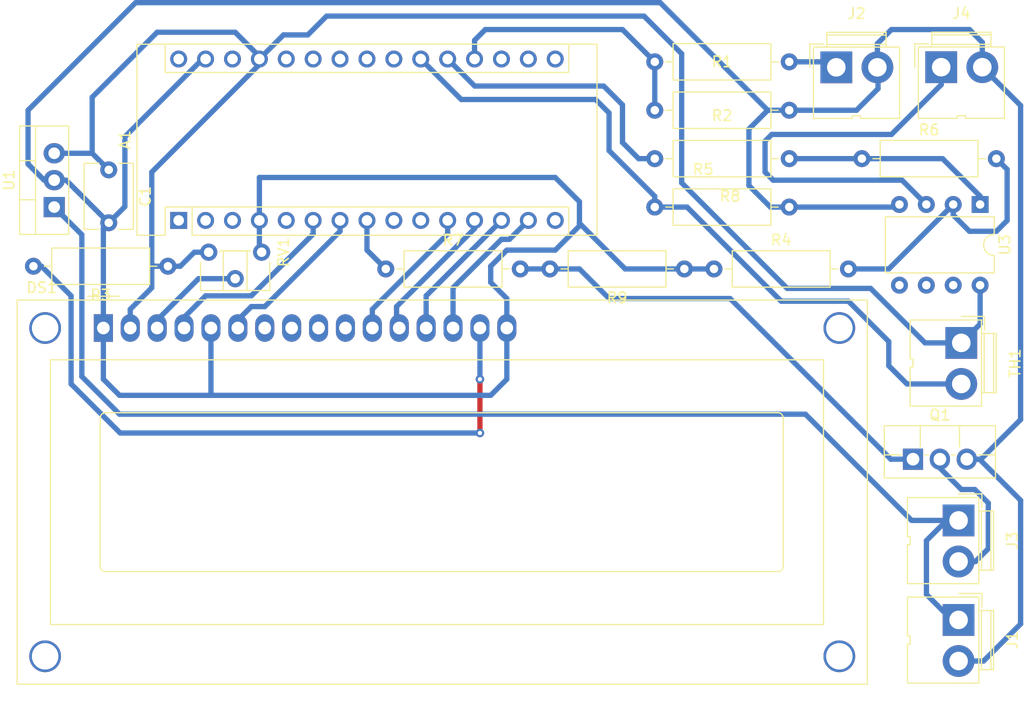
<source format=kicad_pcb>
(kicad_pcb (version 20211014) (generator pcbnew)
  (layers (0 "F.Cu" signal) (31 "B.Cu" signal) (34 "B.Paste" user) (35 "F.Paste" user) (36 "B.SilkS" user "B.Silkscreen") (37 "F.SilkS" user "F.Silkscreen") (38 "B.Mask" user) (39 "F.Mask" user) (44 "Edge.Cuts" user))
  (net 0 "")
  (net 1 "GNDPWR")
  (net 2 "Net-(Q1-Pad1)")
  (net 3 "Net-(A1-Pad21)")
  (net 4 "Net-(A1-Pad8)")
  (net 5 "Net-(R5-Pad2)")
  (net 6 "Net-(R4-Pad2)")
  (net 7 "Net-(J2-Pad1)")
  (net 8 "Net-(A1-Pad19)")
  (net 9 "Net-(R3-Pad2)")
  (net 10 "Net-(A1-Pad20)")
  (net 11 "+5V")
  (net 12 "Net-(RV1-Pad2)")
  (net 13 "Net-(J3-Pad2)")
  (net 14 "+12V")
  (net 15 "Net-(J4-Pad1)")
  (net 20 "Net-(A1-Pad6)")
  (net 21 "Net-(A1-Pad7)")
  (net 24 "Net-(A1-Pad11)")
  (net 25 "Net-(A1-Pad12)")
  (net 26 "Net-(A1-Pad13)")
  (net 27 "Net-(A1-Pad14)")
  (footprint "Resistor_THT:R_Axial_DIN0309_L9.0mm_D3.2mm_P12.70mm_Horizontal" (layer "F.Cu") (at 163.068 89.916)
    (fp_text reference "R8" (at 7.112 -1.016) (layer "F.SilkS"))
    (fp_text value "10k")
    (fp_line (start 1.73 -1.72) (end 1.73 1.72) (layer "F.SilkS") (width 0.12))
    (fp_line (start 11.66 0) (end 10.97 0) (layer "F.SilkS") (width 0.12))
    (fp_line (start 10.97 -1.72) (end 1.73 -1.72) (layer "F.SilkS") (width 0.12))
    (fp_line (start 10.97 1.72) (end 10.97 -1.72) (layer "F.SilkS") (width 0.12))
    (fp_line (start 1.73 1.72) (end 10.97 1.72) (layer "F.SilkS") (width 0.12))
    (fp_line (start 1.04 0) (end 1.73 0) (layer "F.SilkS") (width 0.12))
    (pad "1" thru_hole circle (at 0 0) (size 1.6 1.6) (drill 0.8) (layers *.Cu *.Mask) (net 3 "Net-(A1-Pad21)"))
    (pad "2" thru_hole oval (at 12.7 0) (size 1.6 1.6) (drill 0.8) (layers *.Cu *.Mask) (net 1 "GNDPWR"))
  )
  (footprint "Resistor_THT:R_Axial_DIN0309_L9.0mm_D3.2mm_P12.70mm_Horizontal" (layer "F.Cu") (at 137.668 95.758)
    (fp_text reference "R7" (at 6.35 -2.72) (layer "F.SilkS"))
    (fp_text value "100")
    (fp_line (start 1.04 0) (end 1.73 0) (layer "F.SilkS") (width 0.12))
    (fp_line (start 1.73 1.72) (end 10.97 1.72) (layer "F.SilkS") (width 0.12))
    (fp_line (start 1.73 -1.72) (end 1.73 1.72) (layer "F.SilkS") (width 0.12))
    (fp_line (start 10.97 -1.72) (end 1.73 -1.72) (layer "F.SilkS") (width 0.12))
    (fp_line (start 10.97 1.72) (end 10.97 -1.72) (layer "F.SilkS") (width 0.12))
    (fp_line (start 11.66 0) (end 10.97 0) (layer "F.SilkS") (width 0.12))
    (pad "1" thru_hole circle (at 0 0) (size 1.6 1.6) (drill 0.8) (layers *.Cu *.Mask) (net 4 "Net-(A1-Pad8)"))
    (pad "2" thru_hole oval (at 12.7 0) (size 1.6 1.6) (drill 0.8) (layers *.Cu *.Mask) (net 2 "Net-(Q1-Pad1)"))
  )
  (footprint "Display:WC1602A" (layer "F.Cu") (at 110.998 101.337)
    (fp_text reference "DS1" (at -5.82 -3.81) (layer "F.SilkS"))
    (fp_text value "WC1602A")
    (fp_line (start -0.29972 22.49932) (end -0.29972 8.5) (layer "F.SilkS") (width 0.12))
    (fp_line (start -8.13 -2.64) (end -7.34 -2.64) (layer "F.SilkS") (width 0.12))
    (fp_line (start -5 3) (end 68 3) (layer "F.SilkS") (width 0.12))
    (fp_line (start 68 3) (end 68 28) (layer "F.SilkS") (width 0.12))
    (fp_line (start -8.14 -2.64) (end -8.14 33.64) (layer "F.SilkS") (width 0.12))
    (fp_line (start -1.5 -3) (end 1.5 -3) (layer "F.SilkS") (width 0.12))
    (fp_line (start 72.14 33.64) (end 72.14 -2.64) (layer "F.SilkS") (width 0.12))
    (fp_line (start -8.14 33.64) (end 72.14 33.64) (layer "F.SilkS") (width 0.12))
    (fp_line (start 72.14 -2.64) (end -7.34 -2.64) (layer "F.SilkS") (width 0.12))
    (fp_line (start -5 28) (end -5 3) (layer "F.SilkS") (width 0.12))
    (fp_line (start 64.2 8.5) (end 64.2 22.5) (layer "F.SilkS") (width 0.12))
    (fp_line (start 68 28) (end -5 28) (layer "F.SilkS") (width 0.12))
    (fp_line (start 0.2 8) (end 63.7 8) (layer "F.SilkS") (width 0.12))
    (fp_line (start 63.70066 23) (end 0.2 23) (layer "F.SilkS") (width 0.12))
    (fp_arc (start 0.20066 22.9997) (mid -0.153162 22.853142) (end -0.29972 22.49932) (layer "F.SilkS") (width 0.12))
    (fp_arc (start 64.20104 22.49932) (mid 64.054479 22.85315) (end 63.70066 22.9997) (layer "F.SilkS") (width 0.12))
    (fp_arc (start -0.29972 8.49884) (mid -0.153162 8.145018) (end 0.20066 7.99846) (layer "F.SilkS") (width 0.12))
    (fp_arc (start 63.7 8) (mid 64.053553 8.146447) (end 64.2 8.5) (layer "F.SilkS") (width 0.12))
    (pad "" thru_hole circle (at 69.5 0) (size 3 3) (drill 2.5) (layers *.Cu *.Mask))
    (pad "" thru_hole circle (at 69.49948 31.0007) (size 3 3) (drill 2.5) (layers *.Cu *.Mask))
    (pad "" thru_hole circle (at -5.4991 31.0007) (size 3 3) (drill 2.5) (layers *.Cu *.Mask))
    (pad "" thru_hole circle (at -5.4991 0) (size 3 3) (drill 2.5) (layers *.Cu *.Mask))
    (pad "1" thru_hole rect (at 0 0) (size 1.8 2.6) (drill 1.2) (layers *.Cu *.Mask) (net 1 "GNDPWR"))
    (pad "2" thru_hole oval (at 2.54 0) (size 1.8 2.6) (drill 1.2) (layers *.Cu *.Mask) (net 11 "+5V"))
    (pad "3" thru_hole oval (at 5.08 0) (size 1.8 2.6) (drill 1.2) (layers *.Cu *.Mask) (net 12 "Net-(RV1-Pad2)"))
    (pad "4" thru_hole oval (at 7.62 0) (size 1.8 2.6) (drill 1.2) (layers *.Cu *.Mask) (net 20 "Net-(A1-Pad6)"))
    (pad "5" thru_hole oval (at 10.16 0) (size 1.8 2.6) (drill 1.2) (layers *.Cu *.Mask) (net 1 "GNDPWR"))
    (pad "6" thru_hole oval (at 12.7 0) (size 1.8 2.6) (drill 1.2) (layers *.Cu *.Mask) (net 21 "Net-(A1-Pad7)"))
    (pad "7" thru_hole oval (at 15.24 0) (size 1.8 2.6) (drill 1.2) (layers *.Cu *.Mask))
    (pad "8" thru_hole oval (at 17.78 0) (size 1.8 2.6) (drill 1.2) (layers *.Cu *.Mask))
    (pad "9" thru_hole oval (at 20.32 0) (size 1.8 2.6) (drill 1.2) (layers *.Cu *.Mask))
    (pad "10" thru_hole oval (at 22.86 0) (size 1.8 2.6) (drill 1.2) (layers *.Cu *.Mask))
    (pad "11" thru_hole oval (at 25.4 0) (size 1.8 2.6) (drill 1.2) (layers *.Cu *.Mask) (net 24 "Net-(A1-Pad11)"))
    (pad "12" thru_hole oval (at 27.94 0) (size 1.8 2.6) (drill 1.2) (layers *.Cu *.Mask) (net 25 "Net-(A1-Pad12)"))
    (pad "13" thru_hole oval (at 30.48 0) (size 1.8 2.6) (drill 1.2) (layers *.Cu *.Mask) (net 26 "Net-(A1-Pad13)"))
    (pad "14" thru_hole oval (at 33.02 0) (size 1.8 2.6) (drill 1.2) (layers *.Cu *.Mask) (net 27 "Net-(A1-Pad14)"))
    (pad "15" thru_hole oval (at 35.56 0) (size 1.8 2.6) (drill 1.2) (layers *.Cu *.Mask) (net 9 "Net-(R3-Pad2)"))
    (pad "16" thru_hole oval (at 38.1 0) (size 1.8 2.6) (drill 1.2) (layers *.Cu *.Mask) (net 1 "GNDPWR"))
  )
  (footprint "Connector:JWT_A3963_1x02_P3.96mm_Vertical" (layer "F.Cu") (at 180.2105 76.72)
    (fp_text reference "J2" (at 1.91 -5.08) (layer "F.SilkS"))
    (fp_text value "In_U")
    (fp_line (start 1.52 4.83) (end 1.52 4.57) (layer "F.SilkS") (width 0.12))
    (fp_line (start -2.16 -1.91) (end -2.16 0) (layer "F.SilkS") (width 0.12))
    (fp_line (start -2.16 -1.91) (end 5.97 -1.91) (layer "F.SilkS") (width 0.12))
    (fp_line (start -0.89 -3.05) (end 4.7 -3.05) (layer "F.SilkS") (width 0.12))
    (fp_line (start 1.52 4.57) (end 2.29 4.57) (layer "F.SilkS") (width 0.12))
    (fp_line (start -2.5 -2.2) (end -2.5 0) (layer "F.SilkS") (width 0.12))
    (fp_line (start 1.52 4.83) (end -2.16 4.83) (layer "F.SilkS") (width 0.12))
    (fp_line (start -0.89 -2.16) (end 4.7 -2.16) (layer "F.SilkS") (width 0.12))
    (fp_line (start 2.29 4.57) (end 2.29 4.83) (layer "F.SilkS") (width 0.12))
    (fp_line (start 4.7 -1.91) (end 4.7 -3.3) (layer "F.SilkS") (width 0.12))
    (fp_line (start 5.97 4.83) (end 5.97 0) (layer "F.SilkS") (width 0.12))
    (fp_line (start 5.97 -1.91) (end 5.97 0) (layer "F.SilkS") (width 0.12))
    (fp_line (start 2.29 4.83) (end 5.97 4.83) (layer "F.SilkS") (width 0.12))
    (fp_line (start -0.89 -1.91) (end -0.89 -3.3) (layer "F.SilkS") (width 0.12))
    (fp_line (start -1.2 -2.2) (end -2.5 -2.2) (layer "F.SilkS") (width 0.12))
    (fp_line (start -2.16 0) (end -2.16 4.83) (layer "F.SilkS") (width 0.12))
    (fp_line (start -0.89 -3.3) (end 4.7 -3.3) (layer "F.SilkS") (width 0.12))
    (pad "1" thru_hole rect (at 0 0) (size 3 3) (drill 1.75) (layers *.Cu *.Mask) (net 7 "Net-(J2-Pad1)"))
    (pad "2" thru_hole circle (at 3.88 0) (size 3 3) (drill 1.75) (layers *.Cu *.Mask) (net 1 "GNDPWR"))
  )
  (footprint "Resistor_THT:R_Axial_DIN0309_L9.0mm_D3.2mm_P12.70mm_Horizontal" (layer "F.Cu") (at 175.768 76.2 180)
    (fp_text reference "R1" (at 6.35 0) (layer "F.SilkS"))
    (fp_text value "50k")
    (fp_line (start 10.97 -1.72) (end 1.73 -1.72) (layer "F.SilkS") (width 0.12))
    (fp_line (start 1.73 -1.72) (end 1.73 1.72) (layer "F.SilkS") (width 0.12))
    (fp_line (start 1.73 1.72) (end 10.97 1.72) (layer "F.SilkS") (width 0.12))
    (fp_line (start 11.66 0) (end 10.97 0) (layer "F.SilkS") (width 0.12))
    (fp_line (start 10.97 1.72) (end 10.97 -1.72) (layer "F.SilkS") (width 0.12))
    (fp_line (start 1.04 0) (end 1.73 0) (layer "F.SilkS") (width 0.12))
    (pad "1" thru_hole circle (at 0 0 180) (size 1.6 1.6) (drill 0.8) (layers *.Cu *.Mask) (net 7 "Net-(J2-Pad1)"))
    (pad "2" thru_hole oval (at 12.7 0 180) (size 1.6 1.6) (drill 0.8) (layers *.Cu *.Mask) (net 8 "Net-(A1-Pad19)"))
  )
  (footprint "Package_TO_SOT_THT:TO-220-3_Vertical" (layer "F.Cu") (at 106.355 89.916 90)
    (fp_text reference "U1" (at 2.54 -4.27 90) (layer "F.SilkS"))
    (fp_text value "LM7805_TO220")
    (fp_line (start 0.69 -3.27) (end 0.69 -1.76) (layer "F.SilkS") (width 0.12))
    (fp_line (start 7.66 -3.27) (end 7.66 1.371) (layer "F.SilkS") (width 0.12))
    (fp_line (start -2.58 1.371) (end 7.66 1.371) (layer "F.SilkS") (width 0.12))
    (fp_line (start -2.58 -3.27) (end 7.66 -3.27) (layer "F.SilkS") (width 0.12))
    (fp_line (start -2.58 -3.27) (end -2.58 1.371) (layer "F.SilkS") (width 0.12))
    (fp_line (start -2.58 -1.76) (end 7.66 -1.76) (layer "F.SilkS") (width 0.12))
    (fp_line (start 4.391 -3.27) (end 4.391 -1.76) (layer "F.SilkS") (width 0.12))
    (pad "1" thru_hole rect (at 0 0 90) (size 1.905 2) (drill 1.1) (layers *.Cu *.Mask) (net 14 "+12V"))
    (pad "2" thru_hole oval (at 2.54 0 90) (size 1.905 2) (drill 1.1) (layers *.Cu *.Mask) (net 1 "GNDPWR"))
    (pad "3" thru_hole oval (at 5.08 0 90) (size 1.905 2) (drill 1.1) (layers *.Cu *.Mask) (net 11 "+5V"))
  )
  (footprint "Connector:JWT_A3963_1x02_P3.96mm_Vertical" (layer "F.Cu") (at 191.758 128.9025 -90)
    (fp_text reference "J1" (at 1.91 -5.08 90) (layer "F.SilkS"))
    (fp_text value "12V")
    (fp_line (start 1.52 4.83) (end 1.52 4.57) (layer "F.SilkS") (width 0.12))
    (fp_line (start -2.16 0) (end -2.16 4.83) (layer "F.SilkS") (width 0.12))
    (fp_line (start 1.52 4.57) (end 2.29 4.57) (layer "F.SilkS") (width 0.12))
    (fp_line (start -0.89 -1.91) (end -0.89 -3.3) (layer "F.SilkS") (width 0.12))
    (fp_line (start -2.16 -1.91) (end 5.97 -1.91) (layer "F.SilkS") (width 0.12))
    (fp_line (start 5.97 4.83) (end 5.97 0) (layer "F.SilkS") (width 0.12))
    (fp_line (start -0.89 -2.16) (end 4.7 -2.16) (layer "F.SilkS") (width 0.12))
    (fp_line (start 1.52 4.83) (end -2.16 4.83) (layer "F.SilkS") (width 0.12))
    (fp_line (start -0.89 -3.05) (end 4.7 -3.05) (layer "F.SilkS") (width 0.12))
    (fp_line (start 2.29 4.57) (end 2.29 4.83) (layer "F.SilkS") (width 0.12))
    (fp_line (start 4.7 -1.91) (end 4.7 -3.3) (layer "F.SilkS") (width 0.12))
    (fp_line (start -2.16 -1.91) (end -2.16 0) (layer "F.SilkS") (width 0.12))
    (fp_line (start -0.89 -3.3) (end 4.7 -3.3) (layer "F.SilkS") (width 0.12))
    (fp_line (start 2.29 4.83) (end 5.97 4.83) (layer "F.SilkS") (width 0.12))
    (fp_line (start -1.2 -2.2) (end -2.5 -2.2) (layer "F.SilkS") (width 0.12))
    (fp_line (start 5.97 -1.91) (end 5.97 0) (layer "F.SilkS") (width 0.12))
    (fp_line (start -2.5 -2.2) (end -2.5 0) (layer "F.SilkS") (width 0.12))
    (pad "1" thru_hole rect (at 0 0 270) (size 3 3) (drill 1.75) (layers *.Cu *.Mask) (net 14 "+12V"))
    (pad "2" thru_hole circle (at 3.88 0 270) (size 3 3) (drill 1.75) (layers *.Cu *.Mask) (net 1 "GNDPWR"))
  )
  (footprint "Resistor_THT:R_Axial_DIN0309_L9.0mm_D3.2mm_P12.70mm_Horizontal" (layer "F.Cu") (at 163.068 85.344)
    (fp_text reference "R5" (at 4.572 1.016) (layer "F.SilkS"))
    (fp_text value "1k")
    (fp_line (start 1.73 1.72) (end 10.97 1.72) (layer "F.SilkS") (width 0.12))
    (fp_line (start 10.97 -1.72) (end 1.73 -1.72) (layer "F.SilkS") (width 0.12))
    (fp_line (start 10.97 1.72) (end 10.97 -1.72) (layer "F.SilkS") (width 0.12))
    (fp_line (start 11.66 0) (end 10.97 0) (layer "F.SilkS") (width 0.12))
    (fp_line (start 1.73 -1.72) (end 1.73 1.72) (layer "F.SilkS") (width 0.12))
    (fp_line (start 1.04 0) (end 1.73 0) (layer "F.SilkS") (width 0.12))
    (pad "1" thru_hole circle (at 0 0) (size 1.6 1.6) (drill 0.8) (layers *.Cu *.Mask) (net 10 "Net-(A1-Pad20)"))
    (pad "2" thru_hole oval (at 12.7 0) (size 1.6 1.6) (drill 0.8) (layers *.Cu *.Mask) (net 5 "Net-(R5-Pad2)"))
  )
  (footprint "Resistor_THT:R_Axial_DIN0309_L9.0mm_D3.2mm_P12.70mm_Horizontal" (layer "F.Cu") (at 182.626 85.344)
    (fp_text reference "R6" (at 6.35 -2.72) (layer "F.SilkS"))
    (fp_text value "20k")
    (fp_line (start 1.04 0) (end 1.73 0) (layer "F.SilkS") (width 0.12))
    (fp_line (start 10.97 1.72) (end 10.97 -1.72) (layer "F.SilkS") (width 0.12))
    (fp_line (start 11.66 0) (end 10.97 0) (layer "F.SilkS") (width 0.12))
    (fp_line (start 1.73 1.72) (end 10.97 1.72) (layer "F.SilkS") (width 0.12))
    (fp_line (start 10.97 -1.72) (end 1.73 -1.72) (layer "F.SilkS") (width 0.12))
    (fp_line (start 1.73 -1.72) (end 1.73 1.72) (layer "F.SilkS") (width 0.12))
    (pad "1" thru_hole circle (at 0 0) (size 1.6 1.6) (drill 0.8) (layers *.Cu *.Mask) (net 5 "Net-(R5-Pad2)"))
    (pad "2" thru_hole oval (at 12.7 0) (size 1.6 1.6) (drill 0.8) (layers *.Cu *.Mask) (net 6 "Net-(R4-Pad2)"))
  )
  (footprint "Resistor_THT:R_Axial_DIN0309_L9.0mm_D3.2mm_P12.70mm_Horizontal" (layer "F.Cu") (at 168.656 95.758)
    (fp_text reference "R4" (at 6.35 -2.72) (layer "F.SilkS"))
    (fp_text value "1k")
    (fp_line (start 1.73 -1.72) (end 1.73 1.72) (layer "F.SilkS") (width 0.12))
    (fp_line (start 10.97 1.72) (end 10.97 -1.72) (layer "F.SilkS") (width 0.12))
    (fp_line (start 10.97 -1.72) (end 1.73 -1.72) (layer "F.SilkS") (width 0.12))
    (fp_line (start 1.04 0) (end 1.73 0) (layer "F.SilkS") (width 0.12))
    (fp_line (start 1.73 1.72) (end 10.97 1.72) (layer "F.SilkS") (width 0.12))
    (fp_line (start 11.66 0) (end 10.97 0) (layer "F.SilkS") (width 0.12))
    (pad "1" thru_hole circle (at 0 0) (size 1.6 1.6) (drill 0.8) (layers *.Cu *.Mask) (net 1 "GNDPWR"))
    (pad "2" thru_hole oval (at 12.7 0) (size 1.6 1.6) (drill 0.8) (layers *.Cu *.Mask) (net 6 "Net-(R4-Pad2)"))
  )
  (footprint "Package_DIP:DIP-8_W7.62mm" (layer "F.Cu") (at 193.792 89.672 -90)
    (fp_text reference "U3" (at 3.81 -2.33 90) (layer "F.SilkS"))
    (fp_text value "LM358")
    (fp_line (start 2.81 -1.33) (end 1.16 -1.33) (layer "F.SilkS") (width 0.12))
    (fp_line (start 1.16 8.95) (end 6.46 8.95) (layer "F.SilkS") (width 0.12))
    (fp_line (start 1.16 -1.33) (end 1.16 8.95) (layer "F.SilkS") (width 0.12))
    (fp_line (start 6.46 -1.33) (end 4.81 -1.33) (layer "F.SilkS") (width 0.12))
    (fp_line (start 6.46 8.95) (end 6.46 -1.33) (layer "F.SilkS") (width 0.12))
    (fp_arc (start 4.81 -1.33) (mid 3.81 -0.33) (end 2.81 -1.33) (layer "F.SilkS") (width 0.12))
    (pad "1" thru_hole rect (at 0 0 270) (size 1.6 1.6) (drill 0.8) (layers *.Cu *.Mask) (net 5 "Net-(R5-Pad2)"))
    (pad "2" thru_hole oval (at 0 2.54 270) (size 1.6 1.6) (drill 0.8) (layers *.Cu *.Mask) (net 6 "Net-(R4-Pad2)"))
    (pad "3" thru_hole oval (at 0 5.08 270) (size 1.6 1.6) (drill 0.8) (layers *.Cu *.Mask) (net 15 "Net-(J4-Pad1)"))
    (pad "4" thru_hole oval (at 0 7.62 270) (size 1.6 1.6) (drill 0.8) (layers *.Cu *.Mask) (net 1 "GNDPWR"))
    (pad "5" thru_hole oval (at 7.62 7.62 270) (size 1.6 1.6) (drill 0.8) (layers *.Cu *.Mask))
    (pad "6" thru_hole oval (at 7.62 5.08 270) (size 1.6 1.6) (drill 0.8) (layers *.Cu *.Mask))
    (pad "7" thru_hole oval (at 7.62 2.54 270) (size 1.6 1.6) (drill 0.8) (layers *.Cu *.Mask))
    (pad "8" thru_hole oval (at 7.62 0 270) (size 1.6 1.6) (drill 0.8) (layers *.Cu *.Mask) (net 11 "+5V"))
  )
  (footprint "Capacitor_THT:C_Disc_D6.0mm_W4.4mm_P5.00mm" (layer "F.Cu") (at 111.506 86.4 -90)
    (fp_text reference "C1" (at 2.5 -3.45 90) (layer "F.SilkS"))
    (fp_text value "0.1")
    (fp_line (start -0.62 -2.321) (end -0.62 -0.925) (layer "F.SilkS") (width 0.12))
    (fp_line (start -0.62 2.321) (end 5.62 2.321) (layer "F.SilkS") (width 0.12))
    (fp_line (start -0.62 -2.321) (end 5.62 -2.321) (layer "F.SilkS") (width 0.12))
    (fp_line (start 5.62 -2.321) (end 5.62 -0.925) (layer "F.SilkS") (width 0.12))
    (fp_line (start 5.62 0.925) (end 5.62 2.321) (layer "F.SilkS") (width 0.12))
    (fp_line (start -0.62 0.925) (end -0.62 2.321) (layer "F.SilkS") (width 0.12))
    (pad "1" thru_hole circle (at 0 0 270) (size 1.6 1.6) (drill 0.8) (layers *.Cu *.Mask) (net 11 "+5V"))
    (pad "2" thru_hole circle (at 5 0 270) (size 1.6 1.6) (drill 0.8) (layers *.Cu *.Mask) (net 1 "GNDPWR"))
  )
  (footprint "Package_TO_SOT_THT:TO-220F-3_Vertical" (layer "F.Cu") (at 187.452 113.725)
    (fp_text reference "Q1" (at 2.54 -4.1675) (layer "F.SilkS"))
    (fp_text value "IRLIZ44N")
    (fp_line (start -2.71 -3.168) (end -2.71 1.773) (layer "F.SilkS") (width 0.12))
    (fp_line (start 1.103 -0.408) (end 1.438 -0.408) (layer "F.SilkS") (width 0.12))
    (fp_line (start -2.71 -3.168) (end 7.79 -3.168) (layer "F.SilkS") (width 0.12))
    (fp_line (start -2.71 1.773) (end 7.79 1.773) (layer "F.SilkS") (width 0.12))
    (fp_line (start 6.183 -0.408) (end 7.79 -0.408) (layer "F.SilkS") (width 0.12))
    (fp_line (start 0.69 -3.168) (end 0.69 -1.15) (layer "F.SilkS") (width 0.12))
    (fp_line (start -2.71 -0.408) (end -1.103 -0.408) (layer "F.SilkS") (width 0.12))
    (fp_line (start 3.643 -0.408) (end 3.978 -0.408) (layer "F.SilkS") (width 0.12))
    (fp_line (start 4.391 -3.168) (end 4.391 -1.15) (layer "F.SilkS") (width 0.12))
    (fp_line (start 7.79 -3.168) (end 7.79 1.773) (layer "F.SilkS") (width 0.12))
    (pad "1" thru_hole rect (at 0 0) (size 1.905 2) (drill 1.2) (layers *.Cu *.Mask) (net 2 "Net-(Q1-Pad1)"))
    (pad "2" thru_hole oval (at 2.54 0) (size 1.905 2) (drill 1.2) (layers *.Cu *.Mask) (net 13 "Net-(J3-Pad2)"))
    (pad "3" thru_hole oval (at 5.08 0) (size 1.905 2) (drill 1.2) (layers *.Cu *.Mask) (net 1 "GNDPWR"))
  )
  (footprint "Connector:JWT_A3963_1x02_P3.96mm_Vertical" (layer "F.Cu") (at 191.758 119.5045 -90)
    (fp_text reference "J3" (at 1.91 -5.08 90) (layer "F.SilkS"))
    (fp_text value "Fan")
    (fp_line (start -2.5 -2.2) (end -2.5 0) (layer "F.SilkS") (width 0.12))
    (fp_line (start 1.52 4.57) (end 2.29 4.57) (layer "F.SilkS") (width 0.12))
    (fp_line (start -0.89 -1.91) (end -0.89 -3.3) (layer "F.SilkS") (width 0.12))
    (fp_line (start 5.97 4.83) (end 5.97 0) (layer "F.SilkS") (width 0.12))
    (fp_line (start 1.52 4.83) (end 1.52 4.57) (layer "F.SilkS") (width 0.12))
    (fp_line (start -0.89 -3.3) (end 4.7 -3.3) (layer "F.SilkS") (width 0.12))
    (fp_line (start -0.89 -2.16) (end 4.7 -2.16) (layer "F.SilkS") (width 0.12))
    (fp_line (start 1.52 4.83) (end -2.16 4.83) (layer "F.SilkS") (width 0.12))
    (fp_line (start -2.16 -1.91) (end -2.16 0) (layer "F.SilkS") (width 0.12))
    (fp_line (start 2.29 4.83) (end 5.97 4.83) (layer "F.SilkS") (width 0.12))
    (fp_line (start -2.16 0) (end -2.16 4.83) (layer "F.SilkS") (width 0.12))
    (fp_line (start 5.97 -1.91) (end 5.97 0) (layer "F.SilkS") (width 0.12))
    (fp_line (start 2.29 4.57) (end 2.29 4.83) (layer "F.SilkS") (width 0.12))
    (fp_line (start -1.2 -2.2) (end -2.5 -2.2) (layer "F.SilkS") (width 0.12))
    (fp_line (start -2.16 -1.91) (end 5.97 -1.91) (layer "F.SilkS") (width 0.12))
    (fp_line (start -0.89 -3.05) (end 4.7 -3.05) (layer "F.SilkS") (width 0.12))
    (fp_line (start 4.7 -1.91) (end 4.7 -3.3) (layer "F.SilkS") (width 0.12))
    (pad "1" thru_hole rect (at 0 0 270) (size 3 3) (drill 1.75) (layers *.Cu *.Mask) (net 14 "+12V"))
    (pad "2" thru_hole circle (at 3.88 0 270) (size 3 3) (drill 1.75) (layers *.Cu *.Mask) (net 13 "Net-(J3-Pad2)"))
  )
  (footprint "Resistor_THT:R_Axial_DIN0309_L9.0mm_D3.2mm_P12.70mm_Horizontal" (layer "F.Cu") (at 163.068 80.772)
    (fp_text reference "R2" (at 6.35 0.508) (layer "F.SilkS"))
    (fp_text value "4.7k")
    (fp_line (start 10.97 -1.72) (end 1.73 -1.72) (layer "F.SilkS") (width 0.12))
    (fp_line (start 1.73 -1.72) (end 1.73 1.72) (layer "F.SilkS") (width 0.12))
    (fp_line (start 1.04 0) (end 1.73 0) (layer "F.SilkS") (width 0.12))
    (fp_line (start 11.66 0) (end 10.97 0) (layer "F.SilkS") (width 0.12))
    (fp_line (start 1.73 1.72) (end 10.97 1.72) (layer "F.SilkS") (width 0.12))
    (fp_line (start 10.97 1.72) (end 10.97 -1.72) (layer "F.SilkS") (width 0.12))
    (pad "1" thru_hole circle (at 0 0) (size 1.6 1.6) (drill 0.8) (layers *.Cu *.Mask) (net 8 "Net-(A1-Pad19)"))
    (pad "2" thru_hole oval (at 12.7 0) (size 1.6 1.6) (drill 0.8) (layers *.Cu *.Mask) (net 1 "GNDPWR"))
  )
  (footprint "Resistor_THT:R_Axial_DIN0309_L9.0mm_D3.2mm_P12.70mm_Horizontal" (layer "F.Cu") (at 117.094 95.504 180)
    (fp_text reference "R3" (at 6.35 -2.72) (layer "F.SilkS"))
    (fp_text value "1k")
    (fp_line (start 1.73 -1.72) (end 1.73 1.72) (layer "F.SilkS") (width 0.12))
    (fp_line (start 1.73 1.72) (end 10.97 1.72) (layer "F.SilkS") (width 0.12))
    (fp_line (start 10.97 -1.72) (end 1.73 -1.72) (layer "F.SilkS") (width 0.12))
    (fp_line (start 1.04 0) (end 1.73 0) (layer "F.SilkS") (width 0.12))
    (fp_line (start 10.97 1.72) (end 10.97 -1.72) (layer "F.SilkS") (width 0.12))
    (fp_line (start 11.66 0) (end 10.97 0) (layer "F.SilkS") (width 0.12))
    (pad "1" thru_hole circle (at 0 0 180) (size 1.6 1.6) (drill 0.8) (layers *.Cu *.Mask) (net 11 "+5V"))
    (pad "2" thru_hole oval (at 12.7 0 180) (size 1.6 1.6) (drill 0.8) (layers *.Cu *.Mask) (net 9 "Net-(R3-Pad2)"))
  )
  (footprint "Connector:JWT_A3963_1x02_P3.96mm_Vertical" (layer "F.Cu") (at 190.1165 76.708)
    (fp_text reference "J4" (at 1.91 -5.08) (layer "F.SilkS"))
    (fp_text value "In_I")
    (fp_line (start 1.52 4.57) (end 2.29 4.57) (layer "F.SilkS") (width 0.12))
    (fp_line (start -2.16 -1.91) (end 5.97 -1.91) (layer "F.SilkS") (width 0.12))
    (fp_line (start 5.97 -1.91) (end 5.97 0) (layer "F.SilkS") (width 0.12))
    (fp_line (start -0.89 -3.05) (end 4.7 -3.05) (layer "F.SilkS") (width 0.12))
    (fp_line (start 1.52 4.83) (end -2.16 4.83) (layer "F.SilkS") (width 0.12))
    (fp_line (start 5.97 4.83) (end 5.97 0) (layer "F.SilkS") (width 0.12))
    (fp_line (start -2.5 -2.2) (end -2.5 0) (layer "F.SilkS") (width 0.12))
    (fp_line (start -2.16 0) (end -2.16 4.83) (layer "F.SilkS") (width 0.12))
    (fp_line (start 2.29 4.57) (end 2.29 4.83) (layer "F.SilkS") (width 0.12))
    (fp_line (start 1.52 4.83) (end 1.52 4.57) (layer "F.SilkS") (width 0.12))
    (fp_line (start -0.89 -1.91) (end -0.89 -3.3) (layer "F.SilkS") (width 0.12))
    (fp_line (start 4.7 -1.91) (end 4.7 -3.3) (layer "F.SilkS") (width 0.12))
    (fp_line (start -0.89 -3.3) (end 4.7 -3.3) (layer "F.SilkS") (width 0.12))
    (fp_line (start 2.29 4.83) (end 5.97 4.83) (layer "F.SilkS") (width 0.12))
    (fp_line (start -1.2 -2.2) (end -2.5 -2.2) (layer "F.SilkS") (width 0.12))
    (fp_line (start -2.16 -1.91) (end -2.16 0) (layer "F.SilkS") (width 0.12))
    (fp_line (start -0.89 -2.16) (end 4.7 -2.16) (layer "F.SilkS") (width 0.12))
    (pad "1" thru_hole rect (at 0 0) (size 3 3) (drill 1.75) (layers *.Cu *.Mask) (net 15 "Net-(J4-Pad1)"))
    (pad "2" thru_hole circle (at 3.88 0) (size 3 3) (drill 1.75) (layers *.Cu *.Mask) (net 1 "GNDPWR"))
  )
  (footprint "Connector:JWT_A3963_1x02_P3.96mm_Vertical" (layer "F.Cu") (at 192.012 102.7405 -90)
    (fp_text reference "TH1" (at 1.91 -5.08 90) (layer "F.SilkS"))
    (fp_text value "Thermistor_NTC_10k")
    (fp_line (start -2.16 0) (end -2.16 4.83) (layer "F.SilkS") (width 0.12))
    (fp_line (start 4.7 -1.91) (end 4.7 -3.3) (layer "F.SilkS") (width 0.12))
    (fp_line (start -2.5 -2.2) (end -2.5 0) (layer "F.SilkS") (width 0.12))
    (fp_line (start 5.97 -1.91) (end 5.97 0) (layer "F.SilkS") (width 0.12))
    (fp_line (start -0.89 -3.3) (end 4.7 -3.3) (layer "F.SilkS") (width 0.12))
    (fp_line (start -0.89 -3.05) (end 4.7 -3.05) (layer "F.SilkS") (width 0.12))
    (fp_line (start 2.29 4.83) (end 5.97 4.83) (layer "F.SilkS") (width 0.12))
    (fp_line (start -2.16 -1.91) (end -2.16 0) (layer "F.SilkS") (width 0.12))
    (fp_line (start -0.89 -2.16) (end 4.7 -2.16) (layer "F.SilkS") (width 0.12))
    (fp_line (start -1.2 -2.2) (end -2.5 -2.2) (layer "F.SilkS") (width 0.12))
    (fp_line (start 1.52 4.83) (end -2.16 4.83) (layer "F.SilkS") (width 0.12))
    (fp_line (start -2.16 -1.91) (end 5.97 -1.91) (layer "F.SilkS") (width 0.12))
    (fp_line (start 1.52 4.57) (end 2.29 4.57) (layer "F.SilkS") (width 0.12))
    (fp_line (start 5.97 4.83) (end 5.97 0) (layer "F.SilkS") (width 0.12))
    (fp_line (start 1.52 4.83) (end 1.52 4.57) (layer "F.SilkS") (width 0.12))
    (fp_line (start -0.89 -1.91) (end -0.89 -3.3) (layer "F.SilkS") (width 0.12))
    (fp_line (start 2.29 4.57) (end 2.29 4.83) (layer "F.SilkS") (width 0.12))
    (pad "1" thru_hole rect (at 0 0 270) (size 3 3) (drill 1.75) (layers *.Cu *.Mask) (net 11 "+5V"))
    (pad "2" thru_hole circle (at 3.88 0 270) (size 3 3) (drill 1.75) (layers *.Cu *.Mask) (net 3 "Net-(A1-Pad21)"))
  )
  (footprint "Resistor_THT:R_Axial_DIN0309_L9.0mm_D3.2mm_P12.70mm_Horizontal" (layer "F.Cu") (at 165.862 95.758 180)
    (fp_text reference "R9" (at 6.35 -2.72) (layer "F.SilkS"))
    (fp_text value "10k")
    (fp_line (start 10.97 1.72) (end 10.97 -1.72) (layer "F.SilkS") (width 0.12))
    (fp_line (start 1.73 1.72) (end 10.97 1.72) (layer "F.SilkS") (width 0.12))
    (fp_line (start 1.73 -1.72) (end 1.73 1.72) (layer "F.SilkS") (width 0.12))
    (fp_line (start 10.97 -1.72) (end 1.73 -1.72) (layer "F.SilkS") (width 0.12))
    (fp_line (start 11.66 0) (end 10.97 0) (layer "F.SilkS") (width 0.12))
    (fp_line (start 1.04 0) (end 1.73 0) (layer "F.SilkS") (width 0.12))
    (pad "1" thru_hole circle (at 0 0 180) (size 1.6 1.6) (drill 0.8) (layers *.Cu *.Mask) (net 1 "GNDPWR"))
    (pad "2" thru_hole oval (at 12.7 0 180) (size 1.6 1.6) (drill 0.8) (layers *.Cu *.Mask) (net 2 "Net-(Q1-Pad1)"))
  )
  (footprint "Potentiometer_THT:Potentiometer_ACP_CA6-H2,5_Horizontal" (layer "F.Cu") (at 125.944 94.179 -90)
    (fp_text reference "RV1" (at 0 -2.06 90) (layer "F.SilkS"))
    (fp_text value "R_Potentiometer")
    (fp_line (start -0.121 1.38) (end 3.62 1.38) (layer "F.SilkS") (width 0.12))
    (fp_line (start 3.62 1.38) (end 3.62 3.62) (layer "F.SilkS") (width 0.12))
    (fp_line (start 0.925 5.77) (end 3.62 5.77) (layer "F.SilkS") (width 0.12))
    (fp_line (start -0.121 3.62) (end 3.62 3.62) (layer "F.SilkS") (width 0.12))
    (fp_line (start 3.62 -0.77) (end 3.62 5.77) (layer "F.SilkS") (width 0.12))
    (fp_line (start -0.121 1.38) (end -0.121 3.62) (layer "F.SilkS") (width 0.12))
    (fp_line (start 0.925 -0.77) (end 3.62 -0.77) (layer "F.SilkS") (width 0.12))
    (fp_line (start -0.121 1.066) (end -0.121 3.935) (layer "F.SilkS") (width 0.12))
    (pad "1" thru_hole circle (at 0 0 270) (size 1.62 1.62) (drill 0.9) (layers *.Cu *.Mask) (net 1 "GNDPWR"))
    (pad "2" thru_hole circle (at 2.5 2.5 270) (size 1.62 1.62) (drill 0.9) (layers *.Cu *.Mask) (net 12 "Net-(RV1-Pad2)"))
    (pad "3" thru_hole circle (at 0 5 270) (size 1.62 1.62) (drill 0.9) (layers *.Cu *.Mask) (net 11 "+5V"))
  )
  (footprint "Module:Arduino_Nano" (layer "F.Cu") (at 118.11 91.176 90)
    (fp_text reference "A1" (at 7.62 -5.08 90) (layer "F.SilkS"))
    (fp_text value "Arduino_Nano_v3.x")
    (fp_line (start 13.97 36.83) (end 16.64 36.83) (layer "F.SilkS") (width 0.12))
    (fp_line (start 13.97 -1.27) (end 16.64 -1.27) (layer "F.SilkS") (width 0.12))
    (fp_line (start 13.97 -1.27) (end 13.97 36.83) (layer "F.SilkS") (width 0.12))
    (fp_line (start 1.27 1.27) (end -1.4 1.27) (layer "F.SilkS") (width 0.12))
    (fp_line (start 1.27 36.83) (end -1.4 36.83) (layer "F.SilkS") (width 0.12))
    (fp_line (start -1.4 39.5) (end 16.64 39.5) (layer "F.SilkS") (width 0.12))
    (fp_line (start 1.27 -1.27) (end -1.4 -1.27) (layer "F.SilkS") (width 0.12))
    (fp_line (start 1.27 1.27) (end 1.27 36.83) (layer "F.SilkS") (width 0.12))
    (fp_line (start -1.4 -3.94) (end -1.4 -1.27) (layer "F.SilkS") (width 0.12))
    (fp_line (start 16.64 -3.94) (end -1.4 -3.94) (layer "F.SilkS") (width 0.12))
    (fp_line (start 1.27 1.27) (end 1.27 -1.27) (layer "F.SilkS") (width 0.12))
    (fp_line (start -1.4 1.27) (end -1.4 39.5) (layer "F.SilkS") (width 0.12))
    (fp_line (start 16.64 39.5) (end 16.64 -3.94) (layer "F.SilkS") (width 0.12))
    (pad "1" thru_hole rect (at 0 0 90) (size 1.6 1.6) (drill 1) (layers *.Cu *.Mask))
    (pad "2" thru_hole oval (at 0 2.54 90) (size 1.6 1.6) (drill 1) (layers *.Cu *.Mask))
    (pad "3" thru_hole oval (at 0 5.08 90) (size 1.6 1.6) (drill 1) (layers *.Cu *.Mask))
    (pad "4" thru_hole oval (at 0 7.62 90) (size 1.6 1.6) (drill 1) (layers *.Cu *.Mask) (net 1 "GNDPWR"))
    (pad "5" thru_hole oval (at 0 10.16 90) (size 1.6 1.6) (drill 1) (layers *.Cu *.Mask))
    (pad "6" thru_hole oval (at 0 12.7 90) (size 1.6 1.6) (drill 1) (layers *.Cu *.Mask) (net 20 "Net-(A1-Pad6)"))
    (pad "7" thru_hole oval (at 0 15.24 90) (size 1.6 1.6) (drill 1) (layers *.Cu *.Mask) (net 21 "Net-(A1-Pad7)"))
    (pad "8" thru_hole oval (at 0 17.78 90) (size 1.6 1.6) (drill 1) (layers *.Cu *.Mask) (net 4 "Net-(A1-Pad8)"))
    (pad "9" thru_hole oval (at 0 20.32 90) (size 1.6 1.6) (drill 1) (layers *.Cu *.Mask))
    (pad "10" thru_hole oval (at 0 22.86 90) (size 1.6 1.6) (drill 1) (layers *.Cu *.Mask))
    (pad "11" thru_hole oval (at 0 25.4 90) (size 1.6 1.6) (drill 1) (layers *.Cu *.Mask) (net 24 "Net-(A1-Pad11)"))
    (pad "12" thru_hole oval (at 0 27.94 90) (size 1.6 1.6) (drill 1) (layers *.Cu *.Mask) (net 25 "Net-(A1-Pad12)"))
    (pad "13" thru_hole oval (at 0 30.48 90) (size 1.6 1.6) (drill 1) (layers *.Cu *.Mask) (net 26 "Net-(A1-Pad13)"))
    (pad "14" thru_hole oval (at 0 33.02 90) (size 1.6 1.6) (drill 1) (layers *.Cu *.Mask) (net 27 "Net-(A1-Pad14)"))
    (pad "15" thru_hole oval (at 0 35.56 90) (size 1.6 1.6) (drill 1) (layers *.Cu *.Mask))
    (pad "16" thru_hole oval (at 15.24 35.56 90) (size 1.6 1.6) (drill 1) (layers *.Cu *.Mask))
    (pad "17" thru_hole oval (at 15.24 33.02 90) (size 1.6 1.6) (drill 1) (layers *.Cu *.Mask))
    (pad "18" thru_hole oval (at 15.24 30.48 90) (size 1.6 1.6) (drill 1) (layers *.Cu *.Mask))
    (pad "19" thru_hole oval (at 15.24 27.94 90) (size 1.6 1.6) (drill 1) (layers *.Cu *.Mask) (net 8 "Net-(A1-Pad19)"))
    (pad "20" thru_hole oval (at 15.24 25.4 90) (size 1.6 1.6) (drill 1) (layers *.Cu *.Mask) (net 10 "Net-(A1-Pad20)"))
    (pad "21" thru_hole oval (at 15.24 22.86 90) (size 1.6 1.6) (drill 1) (layers *.Cu *.Mask) (net 3 "Net-(A1-Pad21)"))
    (pad "22" thru_hole oval (at 15.24 20.32 90) (size 1.6 1.6) (drill 1) (layers *.Cu *.Mask))
    (pad "23" thru_hole oval (at 15.24 17.78 90) (size 1.6 1.6) (drill 1) (layers *.Cu *.Mask))
    (pad "24" thru_hole oval (at 15.24 15.24 90) (size 1.6 1.6) (drill 1) (layers *.Cu *.Mask))
    (pad "25" thru_hole oval (at 15.24 12.7 90) (size 1.6 1.6) (drill 1) (layers *.Cu *.Mask))
    (pad "26" thru_hole oval (at 15.24 10.16 90) (size 1.6 1.6) (drill 1) (layers *.Cu *.Mask))
    (pad "27" thru_hole oval (at 15.24 7.62 90) (size 1.6 1.6) (drill 1) (layers *.Cu *.Mask) (net 11 "+5V"))
    (pad "28" thru_hole oval (at 15.24 5.08 90) (size 1.6 1.6) (drill 1) (layers *.Cu *.Mask))
    (pad "29" thru_hole oval (at 15.24 2.54 90) (size 1.6 1.6) (drill 1) (layers *.Cu *.Mask) (net 1 "GNDPWR"))
    (pad "30" thru_hole oval (at 15.24 0 90) (size 1.6 1.6) (drill 1) (layers *.Cu *.Mask))
  )
  (segment (start 105.41 87.376) (end 103.886 85.852) (width 0.5) (layer "B.Cu") (net 1))
  (segment (start 121.158 107.696) (end 147.574 107.696) (width 0.5) (layer "B.Cu") (net 1))
  (segment (start 175.768 80.772) (end 182.118 80.772) (width 0.5) (layer "B.Cu") (net 1))
  (segment (start 184.15 78.74) (end 184.15 76.7795) (width 0.5) (layer "B.Cu") (net 1))
  (segment (start 197.612 109.982) (end 193.869 113.725) (width 0.5) (layer "B.Cu") (net 1))
  (segment (start 121.158 107.696) (end 112.522 107.696) (width 0.5) (layer "B.Cu") (net 1))
  (segment (start 125.73 91.176) (end 125.73 93.965) (width 0.5) (layer "B.Cu") (net 1))
  (segment (start 193.735 113.725) (end 197.612 117.602) (width 0.5) (layer "B.Cu") (net 1))
  (segment (start 113.03 89.876) (end 110.998 91.908) (width 0.5) (layer "B.Cu") (net 1))
  (segment (start 106.355 87.376) (end 105.41 87.376) (width 0.5) (layer "B.Cu") (net 1))
  (segment (start 110.998 106.172) (end 110.998 101.337) (width 0.5) (layer "B.Cu") (net 1))
  (segment (start 114.046 70.612) (end 163.576 70.612) (width 0.5) (layer "B.Cu") (net 1))
  (segment (start 184.0905 74.4815) (end 185.42 73.152) (width 0.5) (layer "B.Cu") (net 1))
  (segment (start 193.9965 76.708) (end 197.612 80.3235) (width 0.5) (layer "B.Cu") (net 1))
  (segment (start 153.67 87.122) (end 155.956 89.408) (width 0.5) (layer "B.Cu") (net 1))
  (segment (start 125.73 93.965) (end 125.944 94.179) (width 0.5) (layer "B.Cu") (net 1))
  (segment (start 107.482 87.376) (end 111.506 91.4) (width 0.5) (layer "B.Cu") (net 1))
  (segment (start 185.42 73.152) (end 192.786 73.152) (width 0.5) (layer "B.Cu") (net 1))
  (segment (start 173.736 80.772) (end 171.958 82.55) (width 0.5) (layer "B.Cu") (net 1))
  (segment (start 184.0905 76.72) (end 184.0905 74.4815) (width 0.5) (layer "B.Cu") (net 1))
  (segment (start 155.956 91.44) (end 160.274 95.758) (width 0.5) (layer "B.Cu") (net 1))
  (segment (start 194.1155 132.7825) (end 191.758 132.7825) (width 0.5) (layer "B.Cu") (net 1))
  (segment (start 120.65 75.936) (end 120.366 75.936) (width 0.5) (layer "B.Cu") (net 1))
  (segment (start 121.158 104.648) (end 121.158 107.696) (width 0.5) (layer "B.Cu") (net 1))
  (segment (start 171.958 82.55) (end 171.958 87.884) (width 0.5) (layer "B.Cu") (net 1))
  (segment (start 193.9965 74.3625) (end 193.9965 76.708) (width 0.5) (layer "B.Cu") (net 1))
  (segment (start 110.998 91.908) (end 110.998 101.337) (width 0.5) (layer "B.Cu") (net 1))
  (segment (start 149.098 106.172) (end 149.098 101.337) (width 0.5) (layer "B.Cu") (net 1))
  (segment (start 192.786 73.152) (end 193.9965 74.3625) (width 0.5) (layer "B.Cu") (net 1))
  (segment (start 121.158 101.337) (end 121.158 104.648) (width 0.5) (layer "B.Cu") (net 1))
  (segment (start 147.574 97.028) (end 149.098 98.552) (width 0.5) (layer "B.Cu") (net 1))
  (segment (start 182.118 80.772) (end 184.15 78.74) (width 0.5) (layer "B.Cu") (net 1))
  (segment (start 103.886 80.772) (end 114.046 70.612) (width 0.5) (layer "B.Cu") (net 1))
  (segment (start 155.956 89.408) (end 155.956 91.44) (width 0.5) (layer "B.Cu") (net 1))
  (segment (start 125.73 87.122) (end 125.73 91.176) (width 0.5) (layer "B.Cu") (net 1))
  (segment (start 103.886 85.852) (end 103.886 80.772) (width 0.5) (layer "B.Cu") (net 1))
  (segment (start 193.869 113.725) (end 192.532 113.725) (width 0.5) (layer "B.Cu") (net 1))
  (segment (start 125.73 87.122) (end 153.67 87.122) (width 0.5) (layer "B.Cu") (net 1))
  (segment (start 160.274 95.758) (end 165.862 95.758) (width 0.5) (layer "B.Cu") (net 1))
  (segment (start 173.99 89.916) (end 175.768 89.916) (width 0.5) (layer "B.Cu") (net 1))
  (segment (start 173.736 80.772) (end 175.768 80.772) (width 0.5) (layer "B.Cu") (net 1))
  (segment (start 147.574 107.696) (end 149.098 106.172) (width 0.5) (layer "B.Cu") (net 1))
  (segment (start 175.768 89.916) (end 185.928 89.916) (width 0.5) (layer "B.Cu") (net 1))
  (segment (start 149.098 93.98) (end 147.574 95.504) (width 0.5) (layer "B.Cu") (net 1))
  (segment (start 120.366 75.936) (end 113.03 83.272) (width 0.5) (layer "B.Cu") (net 1))
  (segment (start 147.574 95.504) (end 147.574 97.028) (width 0.5) (layer "B.Cu") (net 1))
  (segment (start 197.612 80.3235) (end 197.612 109.982) (width 0.5) (layer "B.Cu") (net 1))
  (segment (start 155.956 91.44) (end 155.956 91.694) (width 0.5) (layer "B.Cu") (net 1))
  (segment (start 153.67 93.98) (end 149.098 93.98) (width 0.5) (layer "B.Cu") (net 1))
  (segment (start 112.522 107.696) (end 110.998 106.172) (width 0.5) (layer "B.Cu") (net 1))
  (segment (start 106.355 87.376) (end 107.482 87.376) (width 0.5) (layer "B.Cu") (net 1))
  (segment (start 163.576 70.612) (end 173.736 80.772) (width 0.5) (layer "B.Cu") (net 1))
  (segment (start 165.862 95.758) (end 168.656 95.758) (width 0.5) (layer "B.Cu") (net 1))
  (segment (start 197.612 117.602) (end 197.612 129.286) (width 0.5) (layer "B.Cu") (net 1))
  (segment (start 171.958 87.884) (end 173.99 89.916) (width 0.5) (layer "B.Cu") (net 1))
  (segment (start 155.956 91.694) (end 153.67 93.98) (width 0.5) (layer "B.Cu") (net 1))
  (segment (start 197.612 129.286) (end 194.1155 132.7825) (width 0.5) (layer "B.Cu") (net 1))
  (segment (start 113.03 83.272) (end 113.03 89.876) (width 0.5) (layer "B.Cu") (net 1))
  (segment (start 185.928 89.916) (end 186.172 89.672) (width 0.5) (layer "B.Cu") (net 1))
  (segment (start 149.098 98.552) (end 149.098 101.337) (width 0.5) (layer "B.Cu") (net 1))
  (segment (start 192.532 113.725) (end 193.735 113.725) (width 0.5) (layer "B.Cu") (net 1))
  (segment (start 184.15 76.7795) (end 184.0905 76.72) (width 0.5) (layer "B.Cu") (net 1))
  (segment (start 185.353 113.725) (end 187.452 113.725) (width 0.5) (layer "B.Cu") (net 2))
  (segment (start 150.368 95.758) (end 153.162 95.758) (width 0.5) (layer "B.Cu") (net 2))
  (segment (start 155.956 95.758) (end 158.75 98.552) (width 0.5) (layer "B.Cu") (net 2))
  (segment (start 170.18 98.552) (end 185.353 113.725) (width 0.5) (layer "B.Cu") (net 2))
  (segment (start 153.162 95.758) (end 155.956 95.758) (width 0.5) (layer "B.Cu") (net 2))
  (segment (start 158.75 98.552) (end 170.18 98.552) (width 0.5) (layer "B.Cu") (net 2))
  (segment (start 163.068 88.9) (end 163.068 89.916) (width 0.5) (layer "B.Cu") (net 3))
  (segment (start 185.166 102.616) (end 185.166 104.902) (width 0.5) (layer "B.Cu") (net 3))
  (segment (start 157.48 79.756) (end 158.75 81.026) (width 0.5) (layer "B.Cu") (net 3))
  (segment (start 186.8845 106.6205) (end 192.012 106.6205) (width 0.5) (layer "B.Cu") (net 3))
  (segment (start 144.79 79.756) (end 157.48 79.756) (width 0.5) (layer "B.Cu") (net 3))
  (segment (start 175.006 98.806) (end 181.356 98.806) (width 0.5) (layer "B.Cu") (net 3))
  (segment (start 163.068 89.916) (end 166.116 89.916) (width 0.5) (layer "B.Cu") (net 3))
  (segment (start 181.356 98.806) (end 185.166 102.616) (width 0.5) (layer "B.Cu") (net 3))
  (segment (start 185.166 104.902) (end 186.8845 106.6205) (width 0.5) (layer "B.Cu") (net 3))
  (segment (start 140.97 75.936) (end 144.79 79.756) (width 0.5) (layer "B.Cu") (net 3))
  (segment (start 158.75 81.026) (end 158.75 84.582) (width 0.5) (layer "B.Cu") (net 3))
  (segment (start 166.116 89.916) (end 175.006 98.806) (width 0.5) (layer "B.Cu") (net 3))
  (segment (start 158.75 84.582) (end 163.068 88.9) (width 0.5) (layer "B.Cu") (net 3))
  (segment (start 135.89 91.176) (end 135.89 93.98) (width 0.5) (layer "B.Cu") (net 4))
  (segment (start 135.89 93.98) (end 137.668 95.758) (width 0.5) (layer "B.Cu") (net 4))
  (segment (start 190.246 85.344) (end 193.792 88.89) (width 0.5) (layer "B.Cu") (net 5))
  (segment (start 193.792 88.89) (end 193.792 89.672) (width 0.5) (layer "B.Cu") (net 5))
  (segment (start 182.626 85.344) (end 190.246 85.344) (width 0.5) (layer "B.Cu") (net 5))
  (segment (start 175.768 85.344) (end 182.626 85.344) (width 0.5) (layer "B.Cu") (net 5))
  (segment (start 192.786 92.202) (end 191.252 90.668) (width 0.5) (layer "B.Cu") (net 6))
  (segment (start 191.252 90.668) (end 191.252 89.672) (width 0.5) (layer "B.Cu") (net 6))
  (segment (start 181.356 95.758) (end 185.166 95.758) (width 0.5) (layer "B.Cu") (net 6))
  (segment (start 185.166 95.758) (end 191.252 89.672) (width 0.5) (layer "B.Cu") (net 6))
  (segment (start 196.342 86.36) (end 196.342 91.186) (width 0.5) (layer "B.Cu") (net 6))
  (segment (start 195.326 85.344) (end 196.342 86.36) (width 0.5) (layer "B.Cu") (net 6))
  (segment (start 195.326 92.202) (end 192.786 92.202) (width 0.5) (layer "B.Cu") (net 6))
  (segment (start 196.342 91.186) (end 195.326 92.202) (width 0.5) (layer "B.Cu") (net 6))
  (segment (start 179.6905 76.2) (end 180.2105 76.72) (width 0.5) (layer "B.Cu") (net 7))
  (segment (start 175.768 76.2) (end 179.6905 76.2) (width 0.5) (layer "B.Cu") (net 7))
  (segment (start 163.068 76.2) (end 163.068 80.772) (width 0.5) (layer "B.Cu") (net 8))
  (segment (start 160.02 73.152) (end 163.068 76.2) (width 0.5) (layer "B.Cu") (net 8))
  (segment (start 146.05 74.168) (end 147.066 73.152) (width 0.5) (layer "B.Cu") (net 8))
  (segment (start 146.05 75.936) (end 146.05 74.168) (width 0.5) (layer "B.Cu") (net 8))
  (segment (start 147.066 73.152) (end 160.02 73.152) (width 0.5) (layer "B.Cu") (net 8))
  (segment (start 146.304 111.252) (end 146.558 111.252) (width 0.5) (layer "F.Cu") (net 9))
  (segment (start 146.558 111.252) (end 146.558 106.172) (width 0.5) (layer "F.Cu") (net 9))
  (via (at 146.558 111.252) (size 0.8) (drill 0.4) (layers "F.Cu" "B.Cu") (net 9))
  (via (at 146.558 106.172) (size 0.8) (drill 0.4) (layers "F.Cu" "B.Cu") (net 9))
  (segment (start 107.95 106.6165) (end 107.95 98.298) (width 0.5) (layer "B.Cu") (net 9))
  (segment (start 105.156 95.504) (end 104.394 95.504) (width 0.5) (layer "B.Cu") (net 9))
  (segment (start 112.5855 111.252) (end 107.95 106.6165) (width 0.5) (layer "B.Cu") (net 9))
  (segment (start 107.95 98.298) (end 105.156 95.504) (width 0.5) (layer "B.Cu") (net 9))
  (segment (start 146.558 101.337) (end 146.558 106.172) (width 0.5) (layer "B.Cu") (net 9))
  (segment (start 146.558 111.252) (end 112.5855 111.252) (width 0.5) (layer "B.Cu") (net 9))
  (segment (start 161.544 85.344) (end 163.068 85.344) (width 0.5) (layer "B.Cu") (net 10))
  (segment (start 143.51 75.936) (end 146.06 78.486) (width 0.5) (layer "B.Cu") (net 10))
  (segment (start 158.242 78.486) (end 160.02 80.264) (width 0.5) (layer "B.Cu") (net 10))
  (segment (start 146.06 78.486) (end 158.242 78.486) (width 0.5) (layer "B.Cu") (net 10))
  (segment (start 160.02 80.264) (end 160.02 83.82) (width 0.5) (layer "B.Cu") (net 10))
  (segment (start 160.02 83.82) (end 161.544 85.344) (width 0.5) (layer "B.Cu") (net 10))
  (segment (start 125.73 76.454) (end 125.73 75.936) (width 0.5) (layer "B.Cu") (net 11))
  (segment (start 115.57 86.614) (end 125.73 76.454) (width 0.5) (layer "B.Cu") (net 11))
  (segment (start 109.942 79.542) (end 116.078 73.406) (width 0.5) (layer "B.Cu") (net 11))
  (segment (start 193.792 97.292) (end 193.792 100.9605) (width 0.5) (layer "B.Cu") (net 11))
  (segment (start 113.538 101.337) (end 113.538 99.568) (width 0.5) (layer "B.Cu") (net 11))
  (segment (start 175.57648 97.59848) (end 183.45048 97.59848) (width 0.5) (layer "B.Cu") (net 11))
  (segment (start 115.7732 95.504) (end 117.094 95.504) (width 0.5) (layer "B.Cu") (net 11))
  (segment (start 115.57 95.3008) (end 115.57 86.614) (width 0.5) (layer "B.Cu") (net 11))
  (segment (start 188.5925 102.7405) (end 192.012 102.7405) (width 0.5) (layer "B.Cu") (net 11))
  (segment (start 125.73 75.936) (end 128.006 73.66) (width 0.5) (layer "B.Cu") (net 11))
  (segment (start 109.942 84.836) (end 111.506 86.4) (width 0.5) (layer "B.Cu") (net 11))
  (segment (start 125.73 75.936) (end 125.73 75.692) (width 0.5) (layer "B.Cu") (net 11))
  (segment (start 165.608 75.438) (end 165.608 87.63) (width 0.5) (layer "B.Cu") (net 11))
  (segment (start 130.302 73.66) (end 132.08 71.882) (width 0.5) (layer "B.Cu") (net 11))
  (segment (start 109.942 84.836) (end 109.942 79.542) (width 0.5) (layer "B.Cu") (net 11))
  (segment (start 115.57 97.536) (end 115.57 95.3008) (width 0.5) (layer "B.Cu") (net 11))
  (segment (start 118.2624 95.504) (end 119.5874 94.179) (width 0.5) (layer "B.Cu") (net 11))
  (segment (start 128.006 73.66) (end 130.302 73.66) (width 0.5) (layer "B.Cu") (net 11))
  (segment (start 132.08 71.882) (end 162.052 71.882) (width 0.5) (layer "B.Cu") (net 11))
  (segment (start 162.052 71.882) (end 165.608 75.438) (width 0.5) (layer "B.Cu") (net 11))
  (segment (start 125.73 75.692) (end 123.444 73.406) (width 0.5) (layer "B.Cu") (net 11))
  (segment (start 113.538 99.568) (end 115.316 97.79) (width 0.5) (layer "B.Cu") (net 11))
  (segment (start 115.316 97.79) (end 115.57 97.536) (width 0.5) (layer "B.Cu") (net 11))
  (segment (start 193.792 100.9605) (end 192.012 102.7405) (width 0.5) (layer "B.Cu") (net 11))
  (segment (start 183.45048 97.59848) (end 188.5925 102.7405) (width 0.5) (layer "B.Cu") (net 11))
  (segment (start 115.57 95.3008) (end 115.7732 95.504) (width 0.5) (layer "B.Cu") (net 11))
  (segment (start 123.444 73.406) (end 116.078 73.406) (width 0.5) (layer "B.Cu") (net 11))
  (segment (start 119.5874 94.179) (end 120.944 94.179) (width 0.5) (layer "B.Cu") (net 11))
  (segment (start 117.094 95.504) (end 118.2624 95.504) (width 0.5) (layer "B.Cu") (net 11))
  (segment (start 165.608 87.63) (end 175.57648 97.59848) (width 0.5) (layer "B.Cu") (net 11))
  (segment (start 106.355 84.836) (end 109.942 84.836) (width 0.5) (layer "B.Cu") (net 11))
  (segment (start 116.078 100.584) (end 116.078 101.337) (width 0.5) (layer "B.Cu") (net 12))
  (segment (start 123.444 96.679) (end 119.983 96.679) (width 0.5) (layer "B.Cu") (net 12))
  (segment (start 119.983 96.679) (end 116.078 100.584) (width 0.5) (layer "B.Cu") (net 12))
  (segment (start 189.992 113.725) (end 189.992 114.554) (width 0.5) (layer "B.Cu") (net 13))
  (segment (start 192.024 116.586) (end 193.294 116.586) (width 0.5) (layer "B.Cu") (net 13))
  (segment (start 194.564 122.174) (end 193.3535 123.3845) (width 0.5) (layer "B.Cu") (net 13))
  (segment (start 193.3535 123.3845) (end 191.758 123.3845) (width 0.5) (layer "B.Cu") (net 13))
  (segment (start 193.294 116.586) (end 194.564 117.856) (width 0.5) (layer "B.Cu") (net 13))
  (segment (start 189.992 114.554) (end 192.024 116.586) (width 0.5) (layer "B.Cu") (net 13))
  (segment (start 194.564 117.856) (end 194.564 122.174) (width 0.5) (layer "B.Cu") (net 13))
  (segment (start 191.1325 128.9025) (end 191.758 128.9025) (width 0.5) (layer "B.Cu") (net 14))
  (segment (start 190.6295 119.5045) (end 188.722 121.412) (width 0.5) (layer "B.Cu") (net 14))
  (segment (start 177.292 109.474) (end 187.3225 119.5045) (width 0.5) (layer "B.Cu") (net 14))
  (segment (start 106.355 89.916) (end 108.966 92.527) (width 0.5) (layer "B.Cu") (net 14))
  (segment (start 187.3225 119.5045) (end 191.758 119.5045) (width 0.5) (layer "B.Cu") (net 14))
  (segment (start 188.722 121.412) (end 188.722 126.492) (width 0.5) (layer "B.Cu") (net 14))
  (segment (start 108.966 92.527) (end 108.966 105.918) (width 0.5) (layer "B.Cu") (net 14))
  (segment (start 108.966 105.918) (end 112.522 109.474) (width 0.5) (layer "B.Cu") (net 14))
  (segment (start 112.522 109.474) (end 177.292 109.474) (width 0.5) (layer "B.Cu") (net 14))
  (segment (start 191.758 119.5045) (end 190.6295 119.5045) (width 0.5) (layer "B.Cu") (net 14))
  (segment (start 188.722 126.492) (end 191.1325 128.9025) (width 0.5) (layer "B.Cu") (net 14))
  (segment (start 186.416 87.376) (end 188.712 89.672) (width 0.5) (layer "B.Cu") (net 15))
  (segment (start 174.244 87.376) (end 186.416 87.376) (width 0.5) (layer "B.Cu") (net 15))
  (segment (start 173.482 86.614) (end 174.244 87.376) (width 0.5) (layer "B.Cu") (net 15))
  (segment (start 185.42 83.058) (end 174.117 83.058) (width 0.5) (layer "B.Cu") (net 15))
  (segment (start 174.117 83.058) (end 173.482 83.693) (width 0.5) (layer "B.Cu") (net 15))
  (segment (start 173.482 83.693) (end 173.482 86.614) (width 0.5) (layer "B.Cu") (net 15))
  (segment (start 190.1165 78.3615) (end 185.42 83.058) (width 0.5) (layer "B.Cu") (net 15))
  (segment (start 190.1165 76.708) (end 190.1165 78.3615) (width 0.5) (layer "B.Cu") (net 15))
  (segment (start 118.618 100.33) (end 118.618 101.337) (width 0.5) (layer "B.Cu") (net 20))
  (segment (start 124.968 98.298) (end 120.65 98.298) (width 0.5) (layer "B.Cu") (net 20))
  (segment (start 130.81 91.176) (end 130.81 92.456) (width 0.5) (layer "B.Cu") (net 20))
  (segment (start 120.65 98.298) (end 118.618 100.33) (width 0.5) (layer "B.Cu") (net 20))
  (segment (start 130.81 92.456) (end 124.968 98.298) (width 0.5) (layer "B.Cu") (net 20))
  (segment (start 133.35 92.202) (end 126.238 99.314) (width 0.5) (layer "B.Cu") (net 21))
  (segment (start 123.698 100.584) (end 123.698 101.337) (width 0.5) (layer "B.Cu") (net 21))
  (segment (start 126.238 99.314) (end 124.968 99.314) (width 0.5) (layer "B.Cu") (net 21))
  (segment (start 124.968 99.314) (end 123.698 100.584) (width 0.5) (layer "B.Cu") (net 21))
  (segment (start 133.35 91.176) (end 133.35 92.202) (width 0.5) (layer "B.Cu") (net 21))
  (segment (start 143.51 92.456) (end 136.398 99.568) (width 0.5) (layer "B.Cu") (net 24))
  (segment (start 136.398 99.568) (end 136.398 101.337) (width 0.5) (layer "B.Cu") (net 24))
  (segment (start 143.51 91.176) (end 143.51 92.456) (width 0.5) (layer "B.Cu") (net 24))
  (segment (start 146.05 91.948) (end 138.684 99.314) (width 0.5) (layer "B.Cu") (net 25))
  (segment (start 146.05 91.176) (end 146.05 91.948) (width 0.5) (layer "B.Cu") (net 25))
  (segment (start 138.684 99.314) (end 138.684 101.083) (width 0.5) (layer "B.Cu") (net 25))
  (segment (start 138.684 101.083) (end 138.938 101.337) (width 0.5) (layer "B.Cu") (net 25))
  (segment (start 148.59 91.186) (end 141.478 98.298) (width 0.5) (layer "B.Cu") (net 26))
  (segment (start 141.478 98.298) (end 141.478 101.337) (width 0.5) (layer "B.Cu") (net 26))
  (segment (start 148.59 91.176) (end 148.59 91.186) (width 0.5) (layer "B.Cu") (net 26))
  (segment (start 151.13 91.176) (end 149.342 92.964) (width 0.5) (layer "B.Cu") (net 27))
  (segment (start 149.342 92.964) (end 148.59 92.964) (width 0.5) (layer "B.Cu") (net 27))
  (segment (start 144.018 97.536) (end 144.018 101.337) (width 0.5) (layer "B.Cu") (net 27))
  (segment (start 148.59 92.964) (end 144.018 97.536) (width 0.5) (layer "B.Cu") (net 27))
)
</source>
